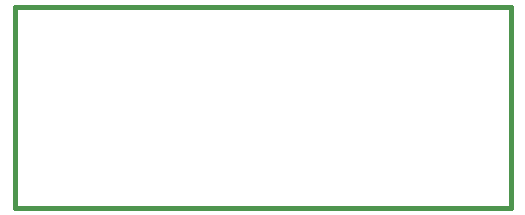
<source format=gbr>
G04 (created by PCBNEW-RS274X (2011-05-25)-stable) date Thu 12 Dec 2013 15:20:29 GMT*
G01*
G70*
G90*
%MOIN*%
G04 Gerber Fmt 3.4, Leading zero omitted, Abs format*
%FSLAX34Y34*%
G04 APERTURE LIST*
%ADD10C,0.006000*%
%ADD11C,0.015000*%
G04 APERTURE END LIST*
G54D10*
G54D11*
X49016Y-40354D02*
X49016Y-33661D01*
X65551Y-40354D02*
X49016Y-40354D01*
X65551Y-33661D02*
X65551Y-40354D01*
X49016Y-33661D02*
X65551Y-33661D01*
M02*

</source>
